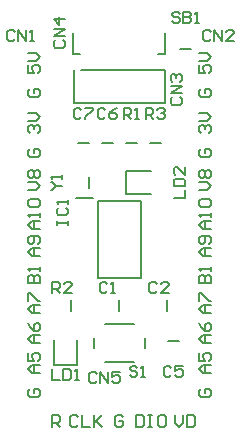
<source format=gto>
G04*
G04 #@! TF.GenerationSoftware,Altium Limited,Altium Designer,22.5.1 (42)*
G04*
G04 Layer_Color=65535*
%FSLAX44Y44*%
%MOMM*%
G71*
G04*
G04 #@! TF.SameCoordinates,DFEE975E-FB4D-4F5B-BE5F-A39223BB333C*
G04*
G04*
G04 #@! TF.FilePolarity,Positive*
G04*
G01*
G75*
%ADD10C,0.2000*%
%ADD11C,0.1520*%
%ADD12C,0.1524*%
D10*
X107000Y205900D02*
X128000D01*
X107000Y205900D02*
Y225900D01*
X128000D01*
X45880Y61280D02*
Y82280D01*
Y61280D02*
X65880D01*
X65880D02*
Y82280D01*
X76200Y210900D02*
Y220900D01*
X152480Y328930D02*
X162480D01*
X89600Y64010D02*
X113600D01*
X89600Y96010D02*
X113600D01*
X123350Y76010D02*
Y84010D01*
X79850Y76010D02*
Y84010D01*
X127080Y248920D02*
X137080D01*
X60960Y106760D02*
Y116760D01*
X106760Y248920D02*
X116760D01*
X64850Y202640D02*
X79600D01*
X83100Y135140D02*
Y200140D01*
Y135140D02*
X120100D01*
Y200140D01*
X83100D02*
X120100D01*
X62600Y325060D02*
Y342060D01*
X134600Y325060D02*
X140600D01*
X62600D02*
X68600D01*
X140600D02*
Y342060D01*
X63200Y283180D02*
Y311180D01*
X69200D02*
X140000D01*
X63200Y283180D02*
X140000D01*
Y311180D01*
X66120Y248920D02*
X76120D01*
X86440D02*
X96440D01*
X142320Y81280D02*
X152320D01*
X142240Y106760D02*
Y116760D01*
X101600Y106760D02*
Y116760D01*
D11*
X34040Y80260D02*
X27376D01*
X24043Y83592D01*
X27376Y86924D01*
X34040D01*
X29042D01*
Y80260D01*
X24043Y96921D02*
X25709Y93589D01*
X29042Y90257D01*
X32374D01*
X34040Y91923D01*
Y95255D01*
X32374Y96921D01*
X30708D01*
X29042Y95255D01*
Y90257D01*
X34040Y176780D02*
X27376D01*
X24043Y180112D01*
X27376Y183444D01*
X34040D01*
X29042D01*
Y176780D01*
X34040Y186777D02*
Y190109D01*
Y188443D01*
X24043D01*
X25709Y186777D01*
Y195107D02*
X24043Y196773D01*
Y200106D01*
X25709Y201772D01*
X32374D01*
X34040Y200106D01*
Y196773D01*
X32374Y195107D01*
X25709D01*
X24043Y209800D02*
X30708D01*
X34040Y213132D01*
X30708Y216465D01*
X24043D01*
X25709Y219797D02*
X24043Y221463D01*
Y224795D01*
X25709Y226461D01*
X27376D01*
X29042Y224795D01*
X30708Y226461D01*
X32374D01*
X34040Y224795D01*
Y221463D01*
X32374Y219797D01*
X30708D01*
X29042Y221463D01*
X27376Y219797D01*
X25709D01*
X29042Y221463D02*
Y224795D01*
X25709Y244405D02*
X24043Y242738D01*
Y239406D01*
X25709Y237740D01*
X32374D01*
X34040Y239406D01*
Y242738D01*
X32374Y244405D01*
X29042D01*
Y241072D01*
X25709Y258060D02*
X24043Y259726D01*
Y263058D01*
X25709Y264725D01*
X27376D01*
X29042Y263058D01*
Y261392D01*
Y263058D01*
X30708Y264725D01*
X32374D01*
X34040Y263058D01*
Y259726D01*
X32374Y258060D01*
X24043Y268057D02*
X30708D01*
X34040Y271389D01*
X30708Y274721D01*
X24043D01*
X25709Y295205D02*
X24043Y293538D01*
Y290206D01*
X25709Y288540D01*
X32374D01*
X34040Y290206D01*
Y293538D01*
X32374Y295205D01*
X29042D01*
Y291872D01*
X24043Y315525D02*
Y308860D01*
X29042D01*
X27376Y312192D01*
Y313858D01*
X29042Y315525D01*
X32374D01*
X34040Y313858D01*
Y310526D01*
X32374Y308860D01*
X24043Y318857D02*
X30708D01*
X34040Y322189D01*
X30708Y325521D01*
X24043D01*
X34040Y153920D02*
X27376D01*
X24043Y157252D01*
X27376Y160585D01*
X34040D01*
X29042D01*
Y153920D01*
X32374Y163917D02*
X34040Y165583D01*
Y168915D01*
X32374Y170581D01*
X25709D01*
X24043Y168915D01*
Y165583D01*
X25709Y163917D01*
X27376D01*
X29042Y165583D01*
Y170581D01*
X24043Y131060D02*
X34040D01*
Y136058D01*
X32374Y137725D01*
X30708D01*
X29042Y136058D01*
Y131060D01*
Y136058D01*
X27376Y137725D01*
X25709D01*
X24043Y136058D01*
Y131060D01*
X34040Y141057D02*
Y144389D01*
Y142723D01*
X24043D01*
X25709Y141057D01*
X34040Y105660D02*
X27376D01*
X24043Y108992D01*
X27376Y112324D01*
X34040D01*
X29042D01*
Y105660D01*
X24043Y115657D02*
Y122321D01*
X25709D01*
X32374Y115657D01*
X34040D01*
Y54860D02*
X27376D01*
X24043Y58192D01*
X27376Y61525D01*
X34040D01*
X29042D01*
Y54860D01*
X24043Y71521D02*
Y64857D01*
X29042D01*
X27376Y68189D01*
Y69855D01*
X29042Y71521D01*
X32374D01*
X34040Y69855D01*
Y66523D01*
X32374Y64857D01*
X25709Y41205D02*
X24043Y39538D01*
Y36206D01*
X25709Y34540D01*
X32374D01*
X34040Y36206D01*
Y39538D01*
X32374Y41205D01*
X29042D01*
Y37872D01*
X44700Y9140D02*
Y19137D01*
X49698D01*
X51364Y17471D01*
Y14138D01*
X49698Y12472D01*
X44700D01*
X48032D02*
X51364Y9140D01*
X66604Y17471D02*
X64938Y19137D01*
X61606D01*
X59940Y17471D01*
Y10806D01*
X61606Y9140D01*
X64938D01*
X66604Y10806D01*
X69937Y19137D02*
Y9140D01*
X76601D01*
X79934Y19137D02*
Y9140D01*
Y12472D01*
X86598Y19137D01*
X81600Y14138D01*
X86598Y9140D01*
X148840Y19137D02*
Y12472D01*
X152172Y9140D01*
X155505Y12472D01*
Y19137D01*
X158837D02*
Y9140D01*
X163835D01*
X165501Y10806D01*
Y17471D01*
X163835Y19137D01*
X158837D01*
X115820D02*
Y9140D01*
X120818D01*
X122485Y10806D01*
Y17471D01*
X120818Y19137D01*
X115820D01*
X125817D02*
X129149D01*
X127483D01*
Y9140D01*
X125817D01*
X129149D01*
X139146Y19137D02*
X135814D01*
X134147Y17471D01*
Y10806D01*
X135814Y9140D01*
X139146D01*
X140812Y10806D01*
Y17471D01*
X139146Y19137D01*
X104705Y17471D02*
X103038Y19137D01*
X99706D01*
X98040Y17471D01*
Y10806D01*
X99706Y9140D01*
X103038D01*
X104705Y10806D01*
Y14138D01*
X101372D01*
X168823Y315525D02*
Y308860D01*
X173822D01*
X172155Y312192D01*
Y313858D01*
X173822Y315525D01*
X177154D01*
X178820Y313858D01*
Y310526D01*
X177154Y308860D01*
X168823Y318857D02*
X175488D01*
X178820Y322189D01*
X175488Y325521D01*
X168823D01*
X170489Y295205D02*
X168823Y293538D01*
Y290206D01*
X170489Y288540D01*
X177154D01*
X178820Y290206D01*
Y293538D01*
X177154Y295205D01*
X173822D01*
Y291872D01*
X170489Y258060D02*
X168823Y259726D01*
Y263058D01*
X170489Y264725D01*
X172155D01*
X173822Y263058D01*
Y261392D01*
Y263058D01*
X175488Y264725D01*
X177154D01*
X178820Y263058D01*
Y259726D01*
X177154Y258060D01*
X168823Y268057D02*
X175488D01*
X178820Y271389D01*
X175488Y274721D01*
X168823D01*
X170489Y244405D02*
X168823Y242738D01*
Y239406D01*
X170489Y237740D01*
X177154D01*
X178820Y239406D01*
Y242738D01*
X177154Y244405D01*
X173822D01*
Y241072D01*
X168823Y209800D02*
X175488D01*
X178820Y213132D01*
X175488Y216465D01*
X168823D01*
X170489Y219797D02*
X168823Y221463D01*
Y224795D01*
X170489Y226461D01*
X172155D01*
X173822Y224795D01*
X175488Y226461D01*
X177154D01*
X178820Y224795D01*
Y221463D01*
X177154Y219797D01*
X175488D01*
X173822Y221463D01*
X172155Y219797D01*
X170489D01*
X173822Y221463D02*
Y224795D01*
X178820Y176780D02*
X172155D01*
X168823Y180112D01*
X172155Y183444D01*
X178820D01*
X173822D01*
Y176780D01*
X178820Y186777D02*
Y190109D01*
Y188443D01*
X168823D01*
X170489Y186777D01*
Y195107D02*
X168823Y196773D01*
Y200106D01*
X170489Y201772D01*
X177154D01*
X178820Y200106D01*
Y196773D01*
X177154Y195107D01*
X170489D01*
X178820Y153920D02*
X172155D01*
X168823Y157252D01*
X172155Y160585D01*
X178820D01*
X173822D01*
Y153920D01*
X177154Y163917D02*
X178820Y165583D01*
Y168915D01*
X177154Y170581D01*
X170489D01*
X168823Y168915D01*
Y165583D01*
X170489Y163917D01*
X172155D01*
X173822Y165583D01*
Y170581D01*
X168823Y131060D02*
X178820D01*
Y136058D01*
X177154Y137725D01*
X175488D01*
X173822Y136058D01*
Y131060D01*
Y136058D01*
X172155Y137725D01*
X170489D01*
X168823Y136058D01*
Y131060D01*
X178820Y141057D02*
Y144389D01*
Y142723D01*
X168823D01*
X170489Y141057D01*
X178820Y105660D02*
X172155D01*
X168823Y108992D01*
X172155Y112324D01*
X178820D01*
X173822D01*
Y105660D01*
X168823Y115657D02*
Y122321D01*
X170489D01*
X177154Y115657D01*
X178820D01*
Y80260D02*
X172155D01*
X168823Y83592D01*
X172155Y86924D01*
X178820D01*
X173822D01*
Y80260D01*
X168823Y96921D02*
X170489Y93589D01*
X173822Y90257D01*
X177154D01*
X178820Y91923D01*
Y95255D01*
X177154Y96921D01*
X175488D01*
X173822Y95255D01*
Y90257D01*
X178820Y54860D02*
X172155D01*
X168823Y58192D01*
X172155Y61525D01*
X178820D01*
X173822D01*
Y54860D01*
X168823Y71521D02*
Y64857D01*
X173822D01*
X172155Y68189D01*
Y69855D01*
X173822Y71521D01*
X177154D01*
X178820Y69855D01*
Y66523D01*
X177154Y64857D01*
X170489Y41205D02*
X168823Y39538D01*
Y36206D01*
X170489Y34540D01*
X177154D01*
X178820Y36206D01*
Y39538D01*
X177154Y41205D01*
X173822D01*
Y37872D01*
X82235Y54132D02*
X80569Y55798D01*
X77237D01*
X75571Y54132D01*
Y47468D01*
X77237Y45802D01*
X80569D01*
X82235Y47468D01*
X85568Y45802D02*
Y55798D01*
X92232Y45802D01*
Y55798D01*
X102229D02*
X95564D01*
Y50800D01*
X98897Y52466D01*
X100563D01*
X102229Y50800D01*
Y47468D01*
X100563Y45802D01*
X97231D01*
X95564Y47468D01*
D12*
X147402Y202571D02*
X157398D01*
Y209235D01*
X147402Y212568D02*
X157398D01*
Y217566D01*
X155732Y219232D01*
X149068D01*
X147402Y217566D01*
Y212568D01*
X157398Y229229D02*
Y222565D01*
X150734Y229229D01*
X149068D01*
X147402Y227563D01*
Y224231D01*
X149068Y222565D01*
X44217Y58338D02*
Y48342D01*
X50882D01*
X54214Y58338D02*
Y48342D01*
X59212D01*
X60878Y50008D01*
Y56672D01*
X59212Y58338D01*
X54214D01*
X64211Y48342D02*
X67543D01*
X65877D01*
Y58338D01*
X64211Y56672D01*
X43262Y209235D02*
X44928D01*
X48260Y212568D01*
X44928Y215900D01*
X43262D01*
X48260Y212568D02*
X53258D01*
Y219232D02*
Y222565D01*
Y220898D01*
X43262D01*
X44928Y219232D01*
X152482Y358932D02*
X150815Y360598D01*
X147483D01*
X145817Y358932D01*
Y357266D01*
X147483Y355600D01*
X150815D01*
X152482Y353934D01*
Y352268D01*
X150815Y350602D01*
X147483D01*
X145817Y352268D01*
X155814Y360598D02*
Y350602D01*
X160812D01*
X162478Y352268D01*
Y353934D01*
X160812Y355600D01*
X155814D01*
X160812D01*
X162478Y357266D01*
Y358932D01*
X160812Y360598D01*
X155814D01*
X165811Y350602D02*
X169143D01*
X167477D01*
Y360598D01*
X165811Y358932D01*
X116840Y59212D02*
X115174Y60878D01*
X111842D01*
X110176Y59212D01*
Y57546D01*
X111842Y55880D01*
X115174D01*
X116840Y54214D01*
Y52548D01*
X115174Y50882D01*
X111842D01*
X110176Y52548D01*
X120172Y50882D02*
X123504D01*
X121838D01*
Y60878D01*
X120172Y59212D01*
X123749Y269322D02*
Y279318D01*
X128748D01*
X130414Y277652D01*
Y274320D01*
X128748Y272654D01*
X123749D01*
X127082D02*
X130414Y269322D01*
X133746Y277652D02*
X135412Y279318D01*
X138744D01*
X140411Y277652D01*
Y275986D01*
X138744Y274320D01*
X137078D01*
X138744D01*
X140411Y272654D01*
Y270988D01*
X138744Y269322D01*
X135412D01*
X133746Y270988D01*
X44579Y122002D02*
Y131998D01*
X49578D01*
X51244Y130332D01*
Y127000D01*
X49578Y125334D01*
X44579D01*
X47912D02*
X51244Y122002D01*
X61241D02*
X54576D01*
X61241Y128666D01*
Y130332D01*
X59574Y131998D01*
X56242D01*
X54576Y130332D01*
X105096Y269322D02*
Y279318D01*
X110094D01*
X111760Y277652D01*
Y274320D01*
X110094Y272654D01*
X105096D01*
X108428D02*
X111760Y269322D01*
X115092D02*
X118425D01*
X116758D01*
Y279318D01*
X115092Y277652D01*
X48342Y179670D02*
Y183002D01*
Y181336D01*
X58338D01*
Y179670D01*
Y183002D01*
X50008Y194665D02*
X48342Y192999D01*
Y189667D01*
X50008Y188001D01*
X56672D01*
X58338Y189667D01*
Y192999D01*
X56672Y194665D01*
X58338Y197998D02*
Y201330D01*
Y199664D01*
X48342D01*
X50008Y197998D01*
X47468Y336236D02*
X45802Y334569D01*
Y331237D01*
X47468Y329571D01*
X54132D01*
X55798Y331237D01*
Y334569D01*
X54132Y336236D01*
X55798Y339568D02*
X45802D01*
X55798Y346232D01*
X45802D01*
X55798Y354563D02*
X45802D01*
X50800Y349565D01*
Y356229D01*
X146528Y287976D02*
X144862Y286309D01*
Y282977D01*
X146528Y281311D01*
X153192D01*
X154858Y282977D01*
Y286309D01*
X153192Y287976D01*
X154858Y291308D02*
X144862D01*
X154858Y297972D01*
X144862D01*
X146528Y301305D02*
X144862Y302971D01*
Y306303D01*
X146528Y307969D01*
X148194D01*
X149860Y306303D01*
Y304637D01*
Y306303D01*
X151526Y307969D01*
X153192D01*
X154858Y306303D01*
Y302971D01*
X153192Y301305D01*
X178755Y343692D02*
X177089Y345358D01*
X173757D01*
X172091Y343692D01*
Y337028D01*
X173757Y335362D01*
X177089D01*
X178755Y337028D01*
X182088Y335362D02*
Y345358D01*
X188752Y335362D01*
Y345358D01*
X198749Y335362D02*
X192085D01*
X198749Y342026D01*
Y343692D01*
X197083Y345358D01*
X193751D01*
X192085Y343692D01*
X12782D02*
X11115Y345358D01*
X7783D01*
X6117Y343692D01*
Y337028D01*
X7783Y335362D01*
X11115D01*
X12782Y337028D01*
X16114Y335362D02*
Y345358D01*
X22778Y335362D01*
Y345358D01*
X26111Y335362D02*
X29443D01*
X27777D01*
Y345358D01*
X26111Y343692D01*
X69454Y277652D02*
X67788Y279318D01*
X64455D01*
X62789Y277652D01*
Y270988D01*
X64455Y269322D01*
X67788D01*
X69454Y270988D01*
X72786Y279318D02*
X79451D01*
Y277652D01*
X72786Y270988D01*
Y269322D01*
X89774Y277652D02*
X88108Y279318D01*
X84775D01*
X83109Y277652D01*
Y270988D01*
X84775Y269322D01*
X88108D01*
X89774Y270988D01*
X99771Y279318D02*
X96438Y277652D01*
X93106Y274320D01*
Y270988D01*
X94772Y269322D01*
X98104D01*
X99771Y270988D01*
Y272654D01*
X98104Y274320D01*
X93106D01*
X145654Y59212D02*
X143988Y60878D01*
X140655D01*
X138989Y59212D01*
Y52548D01*
X140655Y50882D01*
X143988D01*
X145654Y52548D01*
X155651Y60878D02*
X148986D01*
Y55880D01*
X152318Y57546D01*
X153984D01*
X155651Y55880D01*
Y52548D01*
X153984Y50882D01*
X150652D01*
X148986Y52548D01*
X133384Y130332D02*
X131718Y131998D01*
X128385D01*
X126719Y130332D01*
Y123668D01*
X128385Y122002D01*
X131718D01*
X133384Y123668D01*
X143381Y122002D02*
X136716D01*
X143381Y128666D01*
Y130332D01*
X141714Y131998D01*
X138382D01*
X136716Y130332D01*
X91440D02*
X89774Y131998D01*
X86442D01*
X84775Y130332D01*
Y123668D01*
X86442Y122002D01*
X89774D01*
X91440Y123668D01*
X94772Y122002D02*
X98104D01*
X96438D01*
Y131998D01*
X94772Y130332D01*
M02*

</source>
